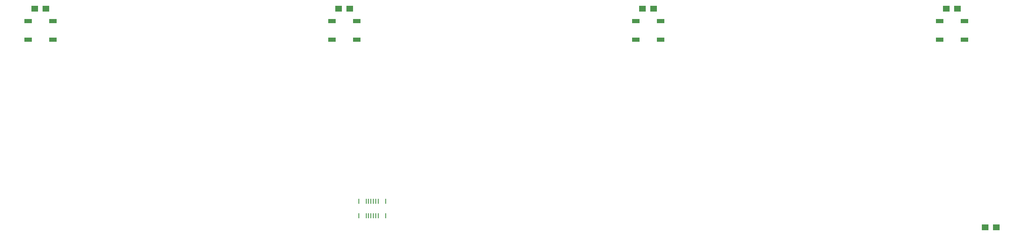
<source format=gbr>
G04 DesignSpark PCB Gerber Version 11.0 Build 5877*
G04 #@! TF.Part,Single*
G04 #@! TF.FileFunction,Paste,Bot*
G04 #@! TF.FilePolarity,Positive*
%FSLAX35Y35*%
%MOIN*%
G04 #@! TA.AperFunction,SMDPad,CuDef*
%ADD135R,0.00781X0.04128*%
%ADD134R,0.05899X0.03537*%
%ADD119R,0.05600X0.05100*%
G04 #@! TD.AperFunction*
X0Y0D02*
D02*
D119*
X63250Y312750D03*
X72250D03*
X308250D03*
X317250D03*
X553250D03*
X562250D03*
X798250D03*
X807250D03*
X829500Y136500D03*
X838500D03*
D02*
D134*
X57750Y287750D03*
Y302750D03*
X77750Y287750D03*
Y302750D03*
X302750Y287750D03*
Y302750D03*
X322750Y287750D03*
Y302750D03*
X547750Y287750D03*
Y302750D03*
X567750Y287750D03*
Y302750D03*
X792750Y287750D03*
Y302750D03*
X812750Y287750D03*
Y302750D03*
D02*
D135*
X324423Y145654D03*
Y157346D03*
X330329Y145654D03*
Y157346D03*
X332297Y145654D03*
Y157346D03*
X334266Y145654D03*
Y157346D03*
X336234Y145654D03*
Y157346D03*
X338203Y145654D03*
Y157346D03*
X340171Y145654D03*
Y157346D03*
X346077Y145654D03*
Y157346D03*
X0Y0D02*
M02*

</source>
